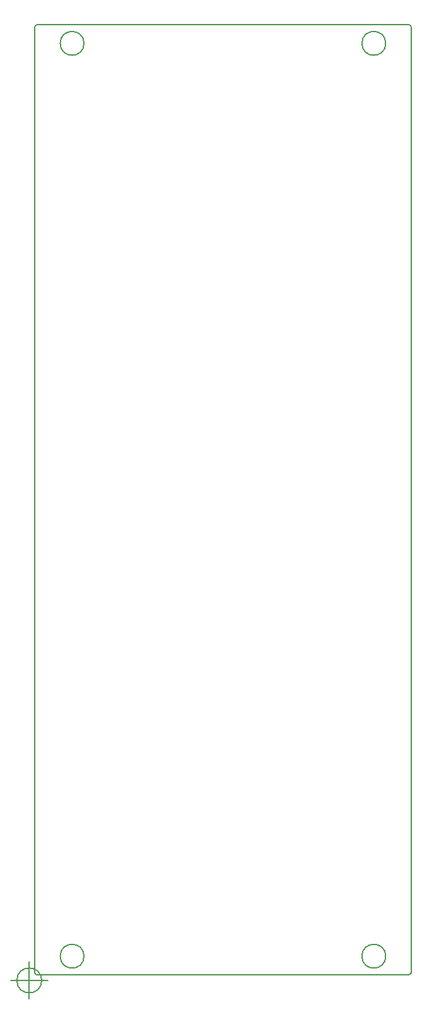
<source format=gbr>
%TF.GenerationSoftware,KiCad,Pcbnew,6.0.10+dfsg-1~bpo11+1*%
%TF.CreationDate,2023-03-02T20:46:35+00:00*%
%TF.ProjectId,OpenThereminV4,4f70656e-5468-4657-9265-6d696e56342e,rev?*%
%TF.SameCoordinates,Original*%
%TF.FileFunction,Profile,NP*%
%FSLAX46Y46*%
G04 Gerber Fmt 4.6, Leading zero omitted, Abs format (unit mm)*
G04 Created by KiCad (PCBNEW 6.0.10+dfsg-1~bpo11+1) date 2023-03-02 20:46:35*
%MOMM*%
%LPD*%
G01*
G04 APERTURE LIST*
%TA.AperFunction,Profile*%
%ADD10C,0.200000*%
%TD*%
%TA.AperFunction,Profile*%
%ADD11C,0.150000*%
%TD*%
G04 APERTURE END LIST*
D10*
X750000Y127950000D02*
X750000Y19750000D01*
X47850000Y3250000D02*
G75*
G03*
X47850000Y3250000I-1600000J0D01*
G01*
X7350000Y125750000D02*
G75*
G03*
X7350000Y125750000I-1600000J0D01*
G01*
X1050000Y128250000D02*
G75*
G03*
X750000Y127950000I0J-300000D01*
G01*
X750000Y1050000D02*
G75*
G03*
X1050000Y750000I300000J0D01*
G01*
X50950000Y750000D02*
G75*
G03*
X51250000Y1050000I0J300000D01*
G01*
X1050000Y750000D02*
X50950000Y750000D01*
X47850000Y125750000D02*
G75*
G03*
X47850000Y125750000I-1600000J0D01*
G01*
X51250000Y127950000D02*
G75*
G03*
X50950000Y128250000I-300000J0D01*
G01*
X750000Y13750000D02*
X750000Y1050000D01*
X750000Y19750000D02*
X750000Y13750000D01*
X50950000Y128250000D02*
X1050000Y128250000D01*
X7350000Y3250000D02*
G75*
G03*
X7350000Y3250000I-1600000J0D01*
G01*
X51250000Y1050000D02*
X51250000Y127950000D01*
D11*
X1666666Y0D02*
G75*
G03*
X1666666Y0I-1666666J0D01*
G01*
X-2500000Y0D02*
X2500000Y0D01*
X0Y2500000D02*
X0Y-2500000D01*
M02*

</source>
